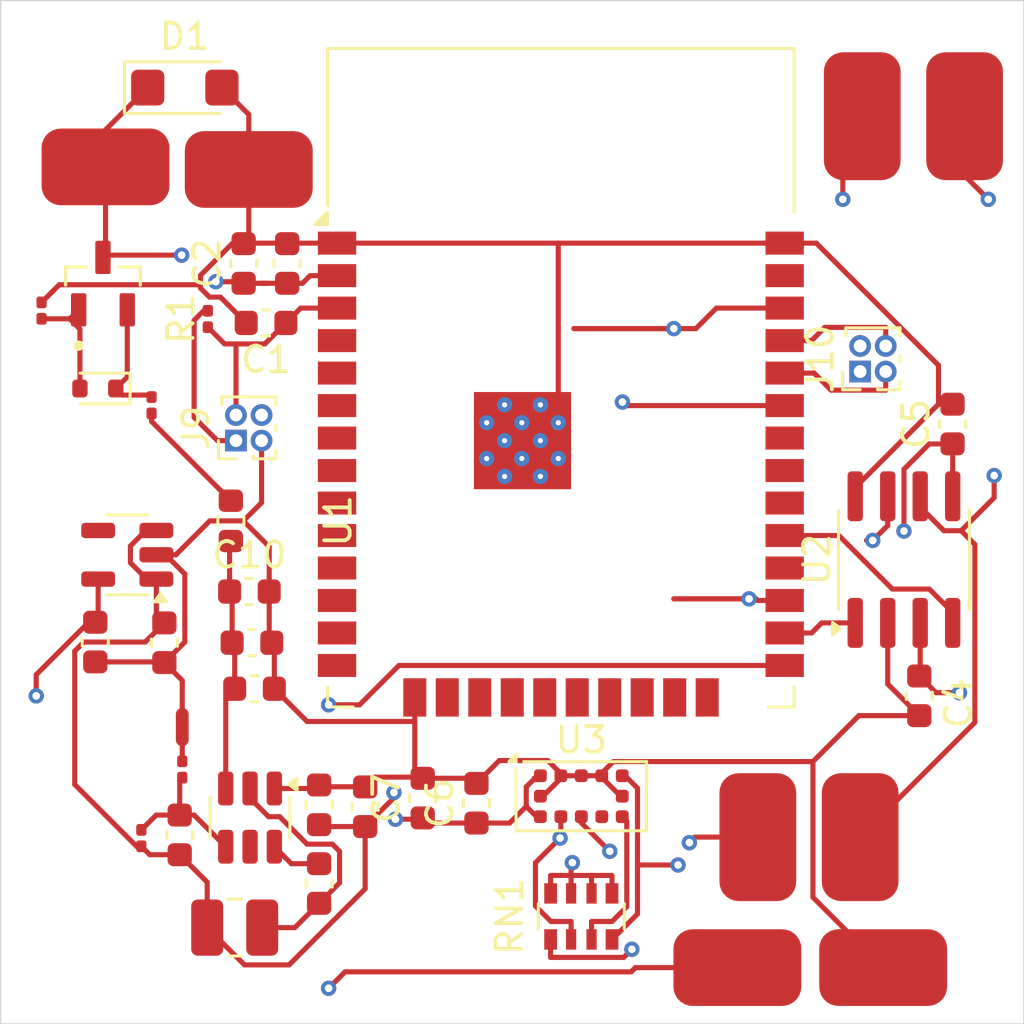
<source format=kicad_pcb>
(kicad_pcb (version 20240108) (generator "pcbnew") (generator_version "8.0")
  (layers (0 "F.Cu" signal) (1 "In1.Cu" signal) (2 "In2.Cu" signal) (31 "B.Cu" signal) (34 "B.Paste" user) (35 "F.Paste" user) (36 "B.SilkS" user "B.Silkscreen") (37 "F.SilkS" user "F.Silkscreen") (38 "B.Mask" user) (39 "F.Mask" user) (44 "Edge.Cuts" user))
  (net 0 "")
  (net 1 "/EN")
  (net 2 "GND")
  (net 3 "+3.3V")
  (net 4 "+5V")
  (net 5 "+3V3")
  (net 6 "/PWR_IN_FILT")
  (net 7 "/BUCK_SW")
  (net 8 "Net-(U4-BOOT)")
  (net 9 "Net-(U4-FB)")
  (net 10 "+12V")
  (net 11 "Net-(D2-K)")
  (net 12 "Net-(D2-A)")
  (net 13 "Net-(FB1-Pad1)")
  (net 14 "/CAN_H")
  (net 15 "/CAN_L")
  (net 16 "/IO0")
  (net 17 "/RX")
  (net 18 "/TX")
  (net 21 "Net-(NT1-Pad1)")
  (net 22 "/SHUT")
  (net 23 "/I2C_SDA")
  (net 24 "/I2C_SCL")
  (net 25 "Net-(RN1-R3.1)")
  (net 42 "/CAN_TX")
  (net 46 "/CAN_RX")
  (footprint "Package_TO_SOT_SMD:SOT-23-6" (layer "F.Cu") (at 159.45 64.9375 -90)
    (property "Reference" "U4" (hide yes))
    (property "Value" "TPS54202DDC" (hide yes))
  )
  (footprint "Capacitor_SMD:C_0603_1608Metric" (layer "F.Cu") (at 168.3 64.375 90)
    (property "Reference" "C6")
    (property "Value" "100n")
  )
  (footprint "Package_SO:SOIC-8_3.9x4.9mm_P1.27mm" (layer "F.Cu") (at 185.0127 54.8509 90)
    (property "Reference" "U2")
    (property "Value" "TJA1051T-3")
  )
  (footprint "Resistor_SMD:R_Array_Convex_4x0603" (layer "F.Cu") (at 172.4 68.8 90)
    (property "Reference" "RN1")
    (property "Value" "YC164-JR-074K7L")
  )
  (footprint "Resistor_SMD:R_0201_0603Metric" (layer "F.Cu") (at 155.2 65.7375 90)
    (property "Reference" "R4" (hide yes))
    (property "Value" "100k" (hide yes))
  )
  (footprint "Library:Pad" (layer "F.Cu") (at 183.3825 37.5175)
    (property "Reference" "J7" (hide yes))
    (property "Value" "~" (hide yes))
  )
  (footprint "Capacitor_SMD:C_0603_1608Metric" (layer "F.Cu") (at 162.15 67.5125 -90)
    (property "Reference" "C11" (hide yes))
    (property "Value" "100n" (hide yes))
  )
  (footprint "Sensor_Distance:ST_VL53L1x" (layer "F.Cu") (at 172.4 64.1)
    (property "Reference" "U3")
    (property "Value" "VL53L1CXV0FY1")
  )
  (footprint "Diode_SMD:D_SMF" (layer "F.Cu") (at 156.9 36.4)
    (property "Reference" "D1")
    (property "Value" "SMF15CA")
  )
  (footprint "NetTie:NetTie-2_SMD_Pad0.5mm" (layer "F.Cu") (at 156.8 61.4 90)
    (property "Reference" "NT1" (hide yes))
    (property "Value" "NetTie_2" (hide yes))
  )
  (footprint "Library:SOT95P237X112-3N" (layer "F.Cu") (at 153.7 44.0625 90)
    (property "Reference" "Q1" (hide yes))
    (property "Value" "Si2309CDS-T1-GE3" (hide yes))
  )
  (footprint "Diode_SMD:D_SOD-523" (layer "F.Cu") (at 153.5 48.1625 180)
    (property "Reference" "D2" (hide yes))
    (property "Value" "12V")
  )
  (footprint "Inductor_SMD:L_0603_1608Metric" (layer "F.Cu") (at 158.7 53.3375 -90)
    (property "Reference" "FB1" (hide yes))
    (property "Value" "BLM18AG102SN1D" (hide yes))
  )
  (footprint "Capacitor_SMD:C_0603_1608Metric" (layer "F.Cu") (at 159.525 58.1)
    (property "Reference" "C9" (hide yes))
    (property "Value" "10uF" (hide yes))
  )
  (footprint "Capacitor_SMD:C_0603_1608Metric" (layer "F.Cu") (at 166.2 64.175 90)
    (property "Reference" "C7")
    (property "Value" "100n")
  )
  (footprint "Connector_PinHeader_1.00mm:PinHeader_2x02_P1.00mm_Vertical" (layer "F.Cu") (at 183.3 47.5 90)
    (property "Reference" "J10")
    (property "Value" "Conn_02x02")
  )
  (footprint "Capacitor_SMD:C_0603_1608Metric" (layer "F.Cu") (at 156.7 65.6125 90)
    (property "Reference" "C12" (hide yes))
    (property "Value" "33pF" (hide yes))
  )
  (footprint "Capacitor_SMD:C_0603_1608Metric" (layer "F.Cu") (at 159.625 59.9)
    (property "Reference" "C8" (hide yes))
    (property "Value" "10uF" (hide yes))
  )
  (footprint "Resistor_SMD:R_0201_0603Metric" (layer "F.Cu") (at 157.8 45.445 90)
    (property "Reference" "R1")
    (property "Value" "10K" (hide yes))
  )
  (footprint "Capacitor_SMD:C_0603_1608Metric" (layer "F.Cu") (at 159.425 56.1)
    (property "Reference" "C10")
    (property "Value" "10uF" (hide yes))
  )
  (footprint "Capacitor_SMD:C_0603_1608Metric" (layer "F.Cu") (at 162.15 64.4375 90)
    (property "Reference" "C13" (hide yes))
    (property "Value" "22uF" (hide yes))
  )
  (footprint "Library:Pad" (layer "F.Cu") (at 187.3825 37.5175)
    (property "Reference" "J8" (hide yes))
    (property "Value" "~" (hide yes))
  )
  (footprint "Library:ESP32-WROOM-32D-3d" (layer "F.Cu") (at 171.6 50.73)
    (property "Reference" "U1")
    (property "Value" "ESP32-WROOM-32D")
  )
  (footprint "Resistor_SMD:R_0201_0603Metric" (layer "F.Cu") (at 151.3 45.1175 -90)
    (property "Reference" "R2" (hide yes))
    (property "Value" "10k" (hide yes))
  )
  (footprint "Capacitor_SMD:C_0603_1608Metric" (layer "F.Cu") (at 153.4 58.075 -90)
    (property "Reference" "C16" (hide yes))
    (property "Value" "10uF" (hide yes))
  )
  (footprint "Library:Pad" (layer "F.Cu") (at 183.3 65.7)
    (property "Reference" "J4" (hide yes))
    (property "Value" "~" (hide yes))
  )
  (footprint "Capacitor_SMD:C_0603_1608Metric" (layer "F.Cu") (at 163.95 64.5125 90)
    (property "Reference" "C14" (hide yes))
    (property "Value" "22uF" (hide yes))
  )
  (footprint "Capacitor_SMD:C_0603_1608Metric" (layer "F.Cu") (at 160.075 45.6 180)
    (property "Reference" "C1")
    (property "Value" "100n" (hide yes))
  )
  (footprint "Capacitor_SMD:C_0603_1608Metric" (layer "F.Cu") (at 185.6127 60.1759 -90)
    (property "Reference" "C4")
    (property "Value" "100n")
  )
  (footprint "Library:Pad" (layer "F.Cu") (at 159.4 39.6 90)
    (property "Reference" "J6" (hide yes))
    (property "Value" "~" (hide yes))
  )
  (footprint "Library:Pad" (layer "F.Cu") (at 184.2 70.8 90)
    (property "Reference" "J2" (hide yes))
    (property "Value" "~" (hide yes))
  )
  (footprint "Connector_PinHeader_1.00mm:PinHeader_2x02_P1.00mm_Vertical" (layer "F.Cu") (at 158.9 50.2 90)
    (property "Reference" "J9")
    (property "Value" "Conn_02x02")
  )
  (footprint "Inductor_SMD:L_1008_2520Metric" (layer "F.Cu") (at 158.85 69.2375 180)
    (property "Reference" "L1" (hide yes))
    (property "Value" "22uH" (hide yes))
  )
  (footprint "Resistor_SMD:R_0201_0603Metric" (layer "F.Cu") (at 155.6 48.8175 -90)
    (property "Reference" "R3" (hide yes))
    (property "Value" "4.7")
  )
  (footprint "Capacitor_SMD:C_0603_1608Metric" (layer "F.Cu") (at 159.2 43.275 90)
    (property "Reference" "C2")
    (property "Value" "22u" (hide yes))
  )
  (footprint "Package_TO_SOT_SMD:SOT-23-5" (layer "F.Cu") (at 154.65 54.6625 180)
    (property "Reference" "U5" (hide yes))
    (property "Value" "TPS7A2033PDBVR" (hide yes))
  )
  (footprint "Library:Pad" (layer "F.Cu") (at 153.8 39.5 90)
    (property "Reference" "J5" (hide yes))
    (property "Value" "~" (hide yes))
  )
  (footprint "Capacitor_SMD:C_0603_1608Metric" (layer "F.Cu") (at 160.9 43.275 90)
    (property "Reference" "C3" (hide yes))
    (property "Value" "100n" (hide yes))
  )
  (footprint "Library:Pad" (layer "F.Cu") (at 179.3 65.7)
    (property "Reference" "J3" (hide yes))
    (property "Value" "~" (hide yes))
  )
  (footprint "Library:Pad" (layer "F.Cu") (at 178.5 70.8 90)
    (property "Reference" "J1" (hide yes))
    (property "Value" "~" (hide yes))
  )
  (footprint "Capacitor_SMD:C_0603_1608Metric" (layer "F.Cu") (at 186.9127 49.5509 90)
    (property "Reference" "C5")
    (property "Value" "22u")
  )
  (footprint "Capacitor_SMD:C_0603_1608Metric" (layer "F.Cu") (at 156.1 58.1 -90)
    (property "Reference" "C15" (hide yes))
    (property "Value" "10uF" (hide yes))
  )
  (footprint "Resistor_SMD:R_0201_0603Metric" (layer "F.Cu") (at 156.8 63.055 90)
    (property "Reference" "R5" (hide yes))
    (property "Value" "18.2k" (hide yes))
  )
  (gr_rect (start 149.7 33) (end 189.7 73) (stroke (width 0.05)) (fill none) (layer "Edge.Cuts"))
  (segment (start 158.4543 46.4193) (end 158.9 46.4193) (width 0.2) (layer "F.Cu") (net 1))
  (segment (start 158.9 49.2) (end 158.9 48.4733) (width 0.2) (layer "F.Cu") (net 1))
  (segment (start 161.43 45.02) (end 160.85 45.6) (width 0.2) (layer "F.Cu") (net 1))
  (segment (start 157.8 45.765) (end 158.4543 46.4193) (width 0.2) (layer "F.Cu") (net 1))
  (segment (start 162.85 45.02) (end 161.43 45.02) (width 0.2) (layer "F.Cu") (net 1))
  (segment (start 160.0307 46.4193) (end 160.85 45.6) (width 0.2) (layer "F.Cu") (net 1))
  (segment (start 158.9 46.4193) (end 160.0307 46.4193) (width 0.2) (layer "F.Cu") (net 1))
  (segment (start 158.9 48.4733) (end 158.9 46.4193) (width 0.2) (layer "F.Cu") (net 1))
  (segment (start 159.9 52.6256) (end 159.9 50.2) (width 0.2) (layer "F.Cu") (net 2))
  (segment (start 165.89 61.1795) (end 161.6795 61.1795) (width 0.2) (layer "F.Cu") (net 2))
  (segment (start 156.0014 54.6625) (end 156.5514 54.6625) (width 0.2) (layer "F.Cu") (net 2))
  (segment (start 183.1077 52.0296) (end 183.1077 52.3759) (width 0.2) (layer "F.Cu") (net 2))
  (segment (start 163.9437 63.7312) (end 163.95 63.7375) (width 0.2) (layer "F.Cu") (net 2))
  (segment (start 161.6795 61.1795) (end 160.4 59.9) (width 0.2) (layer "F.Cu") (net 2))
  (segment (start 160.4 58.2) (end 160.3 58.1) (width 0.2) (layer "F.Cu") (net 2))
  (segment (start 157.8643 44.59) (end 158.29 44.59) (width 0.2) (layer "F.Cu") (net 2))
  (segment (start 186.3614 48.7759) (end 186.3614 47.2569) (width 0.2) (layer "F.Cu") (net 2))
  (segment (start 160.9 42.48) (end 160.9 42.5) (width 0.2) (layer "F.Cu") (net 2))
  (segment (start 184.2 70.8) (end 181.454 68.054) (width 0.2) (layer "F.Cu") (net 2))
  (segment (start 162.15 63.7312) (end 162.15 63.6625) (width 0.2) (layer "F.Cu") (net 2))
  (segment (start 158.29 44.59) (end 159.3 45.6) (width 0.2) (layer "F.Cu") (net 2))
  (segment (start 170.1 48.8) (end 170.8 48.8) (width 0.2) (layer "F.Cu") (net 2))
  (segment (start 159.22 42.48) (end 159.4 42.48) (width 0.2) (layer "F.Cu") (net 2))
  (segment (start 156.1 58.875) (end 156.8 59.575) (width 0.2) (layer "F.Cu") (net 2))
  (segment (start 171.0893 62.7058) (end 171.6 63.2165) (width 0.2) (layer "F.Cu") (net 2))
  (segment (start 184.3777 57.3259) (end 184.3777 59.7159) (width 0.2) (layer "F.Cu") (net 2))
  (segment (start 168.3 63.6) (end 169.1942 62.7058) (width 0.2) (layer "F.Cu") (net 2))
  (segment (start 159.4 42.48) (end 159.4 39.6) (width 0.2) (layer "F.Cu") (net 2))
  (segment (start 173.2 63.1988) (end 173.2 63.3) (width 0.2) (layer "F.Cu") (net 2))
  (segment (start 155.7875 54.6625) (end 156.0014 54.6625) (width 0.2) (layer "F.Cu") (net 2))
  (segment (start 156.8989 58.0761) (end 156.1 58.875) (width 0.2) (layer "F.Cu") (net 2))
  (segment (start 165.89 61.1795) (end 165.89 63.09) (width 0.2) (layer "F.Cu") (net 2))
  (segment (start 181.454 62.7466) (end 173.6522 62.7466) (width 0.2) (layer "F.Cu") (net 2))
  (segment (start 181.454 68.054) (end 181.454 62.7466) (width 0.2) (layer "F.Cu") (net 2))
  (segment (start 160.4 63.8) (end 162.0812 63.8) (width 0.2) (layer "F.Cu") (net 2))
  (segment (start 171.5 42.48) (end 162.85 42.48) (width 0.2) (layer "F.Cu") (net 2))
  (segment (start 157.5117 44.2374) (end 157.8643 44.59) (width 0.2) (layer "F.Cu") (net 2))
  (segment (start 164.333 63.3545) (end 163.95 63.7375) (width 0.2) (layer "F.Cu") (net 2))
  (segment (start 173.6522 62.7466) (end 173.2 63.1988) (width 0.2) (layer "F.Cu") (net 2))
  (segment (start 156.0014 54.6625) (end 156.1484 54.6625) (width 0.2) (layer "F.Cu") (net 2))
  (segment (start 160.2 54.3494) (end 160.2 56.1) (width 0.2) (layer "F.Cu") (net 2))
  (segment (start 181.5845 42.48) (end 180.35 42.48) (width 0.2) (layer "F.Cu") (net 2))
  (segment (start 151.9914 44.1061) (end 157.5117 44.1061) (width 0.2) (layer "F.Cu") (net 2))
  (segment (start 162.0812 63.8) (end 162.15 63.7312) (width 0.2) (layer "F.Cu") (net 2))
  (segment (start 159.2 42.5) (end 159.22 42.48) (width 0.2) (layer "F.Cu") (net 2))
  (segment (start 171.6 63.2165) (end 171.6 63.3) (width 0.2) (layer "F.Cu") (net 2))
  (segment (start 172.4 63.3) (end 171.6 63.3) (width 0.2) (layer "F.Cu") (net 2))
  (segment (start 156.8 59.575) (end 156.8 60.9) (width 0.2) (layer "F.Cu") (net 2))
  (segment (start 156.8989 55.413) (end 156.8989 58.0761) (width 0.2) (layer "F.Cu") (net 2))
  (segment (start 171.5 48.8) (end 170.8 48.8) (width 0.2) (layer "F.Cu") (net 2))
  (segment (start 157.5117 43.7392) (end 157.5117 44.1061) (width 0.2) (layer "F.Cu") (net 2))
  (segment (start 170.8 51.6) (end 171.5 51.6) (width 0.2) (layer "F.Cu") (net 2))
  (segment (start 169.1942 62.7058) (end 171.0893 62.7058) (width 0.2) (layer "F.Cu") (net 2))
  (segment (start 186.3614 48.7759) (end 183.1077 52.0296) (width 0.2) (layer "F.Cu") (net 2))
  (segment (start 184.3777 59.7159) (end 185.6127 60.9509) (width 0.2) (layer "F.Cu") (net 2))
  (segment (start 168.3 63.6) (end 168.1 63.4) (width 0.2) (layer "F.Cu") (net 2))
  (segment (start 186.9127 48.7759) (end 186.3614 48.7759) (width 0.2) (layer "F.Cu") (net 2))
  (segment (start 159.1881 53.3375) (end 159.9 52.6256) (width 0.2) (layer "F.Cu") (net 2))
  (segment (start 171.6 63.4012) (end 171.6 63.3) (width 0.2) (layer "F.Cu") (net 2))
  (segment (start 159.4 42.48) (end 160.9 42.48) (width 0.2) (layer "F.Cu") (net 2))
  (segment (start 162.85 42.48) (end 161.7983 42.48) (width 0.2) (layer "F.Cu") (net 2))
  (segment (start 166.1545 63.3545) (end 164.333 63.3545) (width 0.2) (layer "F.Cu") (net 2))
  (segment (start 170.8 64.1) (end 170.9012 64.1) (width 0.2) (layer "F.Cu") (net 2))
  (segment (start 159.1881 53.3375) (end 160.2 54.3494) (width 0.2) (layer "F.Cu") (net 2))
  (segment (start 168.7 51.6) (end 169.4 51.6) (width 0.2) (layer "F.Cu") (net 2))
  (segment (start 180.35 42.48) (end 171.5 42.48) (width 0.2) (layer "F.Cu") (net 2))
  (segment (start 157.8764 53.3375) (end 159.1881 53.3375) (width 0.2) (layer "F.Cu") (net 2))
  (segment (start 162.15 63.7312) (end 163.9437 63.7312) (width 0.2) (layer "F.Cu") (net 2))
  (segment (start 181.454 62.7466) (end 183.2497 60.9509) (width 0.2) (layer "F.Cu") (net 2))
  (segment (start 169.4 48.8) (end 168.7 48.8) (width 0.2) (layer "F.Cu") (net 2))
  (segment (start 156.075 58.85) (end 156.1 58.875) (width 0.2) (layer "F.Cu") (net 2))
  (segment (start 170.1 48.8) (end 169.4 48.8) (width 0.2) (layer "F.Cu") (net 2))
  (segment (start 166.2 63.4) (end 166.1545 63.3545) (width 0.2) (layer "F.Cu") (net 2))
  (segment (start 158.35 36.4) (end 159.4 37.45) (width 0.2) (layer "F.Cu") (net 2))
  (segment (start 173.9358 64.1) (end 173.2 63.3642) (width 0.2) (layer "F.Cu") (net 2))
  (segment (start 165.89 60.24) (end 165.89 61.1795) (width 0.2) (layer "F.Cu") (net 2))
  (segment (start 153.4 58.85) (end 156.075 58.85) (width 0.2) (layer "F.Cu") (net 2))
  (segment (start 168.7 50.2) (end 169.4 50.2) (width 0.2) (layer "F.Cu") (net 2))
  (segment (start 173.2 63.3642) (end 173.2 63.3) (width 0.2) (layer "F.Cu") (net 2))
  (segment (start 183.2497 60.9509) (end 185.6127 60.9509) (width 0.2) (layer "F.Cu") (net 2))
  (segment (start 174 64.1) (end 173.9358 64.1) (width 0.2) (layer "F.Cu") (net 2))
  (segment (start 165.89 63.09) (end 166.2 63.4) (width 0.2) (layer "F.Cu") (net 2))
  (segment (start 156.5514 54.6625) (end 157.8764 53.3375) (width 0.2) (layer "F.Cu") (net 2))
  (segment (start 151.3 44.7975) (end 151.9914 44.1061) (width 0.2) (layer "F.Cu") (net 2))
  (segment (start 170.1 51.6) (end 170.8 51.6) (width 0.2) (layer "F.Cu") (net 2))
  (segment (start 173.2 63.3) (end 172.4 63.3) (width 0.2) (layer "F.Cu") (net 2))
  (segment (start 170.1 50.2) (end 170.8 50.2) (width 0.2) (layer "F.Cu") (net 2))
  (segment (start 157.5117 44.1061) (end 157.5117 44.2374) (width 0.2) (layer "F.Cu") (net 2))
  (segment (start 160.4 59.9) (end 160.4 58.2) (width 0.2) (layer "F.Cu") (net 2))
  (segment (start 159.4 37.45) (end 159.4 39.6) (width 0.2) (layer "F.Cu") (net 2))
  (segment (start 168.1 63.4) (end 166.2 63.4) (width 0.2) (layer "F.Cu") (net 2))
  (segment (start 160.3 58.1) (end 160.2 58) (width 0.2) (layer "F.Cu") (net 2))
  (segment (start 159.2 42.5) (end 158.7509 42.5) (width 0.2) (layer "F.Cu") (net 2))
  (segment (start 160.9 42.48) (end 161.7983 42.48) (width 0.2) (layer "F.Cu") (net 2))
  (segment (start 171.5 50.2) (end 170.8 50.2) (width 0.2) (layer "F.Cu") (net 2))
  (segment (start 171.5 42.48) (end 171.5 48.8) (width 0.2) (layer "F.Cu") (net 2))
  (segment (start 169.4 50.2) (end 170.1 50.2) (width 0.2) (layer "F.Cu") (net 2))
  (segment (start 158.7509 42.5) (end 157.5117 43.7392) (width 0.2) (layer "F.Cu") (net 2))
  (segment (start 169.4 51.6) (end 170.1 51.6) (width 0.2) (layer "F.Cu") (net 2))
  (segment (start 160.2 58) (end 160.2 56.1) (width 0.2) (layer "F.Cu") (net 2))
  (segment (start 186.3614 47.2569) (end 181.5845 42.48) (width 0.2) (layer "F.Cu") (net 2))
  (segment (start 170.9012 64.1) (end 171.6 63.4012) (width 0.2) (layer "F.Cu") (net 2))
  (segment (start 156.1484 54.6625) (end 156.8989 55.413) (width 0.2) (layer "F.Cu") (net 2))
  (segment (start 159.2 44.05) (end 159.1383 43.9883) (width 0.2) (layer "F.Cu") (net 3))
  (segment (start 186.0026 50.3284) (end 185.0127 51.3183) (width 0.2) (layer "F.Cu") (net 3))
  (segment (start 162.85 43.75) (end 161.7983 43.75) (width 0.2) (layer "F.Cu") (net 3))
  (segment (start 159.9352 44.05) (end 159.8939 44.05) (width 0.2) (layer "F.Cu") (net 3))
  (segment (start 186.9177 50.3334) (end 186.9177 52.3759) (width 0.2) (layer "F.Cu") (net 3))
  (segment (start 157.2644 49.2911) (end 157.2644 45.4957) (width 0.2) (layer "F.Cu") (net 3))
  (segment (start 186.9127 50.3284) (end 186.9177 50.3334) (width 0.2) (layer "F.Cu") (net 3))
  (segment (start 159.8735 44.05) (end 159.2 44.05) (width 0.2) (layer "F.Cu") (net 3))
  (segment (start 159.8939 44.05) (end 159.8735 44.05) (width 0.2) (layer "F.Cu") (net 3))
  (segment (start 160.0669 44.05) (end 160.0465 44.05) (width 0.2) (layer "F.Cu") (net 3))
  (segment (start 159.1383 43.9883) (end 158.1134 43.9883) (width 0.2) (layer "F.Cu") (net 3))
  (segment (start 159.9936 44.05) (end 159.9352 44.05) (width 0.2) (layer "F.Cu") (net 3))
  (segment (start 157.6351 45.125) (end 157.8 45.125) (width 0.2) (layer "F.Cu") (net 3))
  (segment (start 186.9127 50.3284) (end 186.0026 50.3284) (width 0.2) (layer "F.Cu") (net 3))
  (segment (start 157.2644 45.4957) (end 157.6351 45.125) (width 0.2) (layer "F.Cu") (net 3))
  (segment (start 185.0127 51.3183) (end 185.0127 53.7361) (width 0.2) (layer "F.Cu") (net 3))
  (segment (start 160.0465 44.05) (end 159.9936 44.05) (width 0.2) (layer "F.Cu") (net 3))
  (segment (start 158.1733 50.2) (end 157.2644 49.2911) (width 0.2) (layer "F.Cu") (net 3))
  (segment (start 161.4983 44.05) (end 161.7983 43.75) (width 0.2) (layer "F.Cu") (net 3))
  (segment (start 186.9127 50.3259) (end 186.9127 50.3284) (width 0.2) (layer "F.Cu") (net 3))
  (segment (start 161.0164 44.05) (end 160.1082 44.05) (width 0.2) (layer "F.Cu") (net 3))
  (segment (start 160.1082 44.05) (end 160.0669 44.05) (width 0.2) (layer "F.Cu") (net 3))
  (segment (start 160.9 44.05) (end 161.0164 44.05) (width 0.2) (layer "F.Cu") (net 3))
  (segment (start 161.0164 44.05) (end 161.4983 44.05) (width 0.2) (layer "F.Cu") (net 3))
  (segment (start 158.9 50.2) (end 158.1733 50.2) (width 0.2) (layer "F.Cu") (net 3))
  (via (at 158.1134 43.9883) (size 0.6) (drill 0.3) (layers "F.Cu" "B.Cu") (net 3))
  (via (at 185.0127 53.7361) (size 0.6) (drill 0.3) (layers "F.Cu" "B.Cu") (net 3))
  (segment (start 162.225 65.2875) (end 163.95 65.2875) (width 0.2) (layer "F.Cu") (net 4))
  (segment (start 155.7875 53.7125) (end 155.3788 53.7125) (width 0.2) (layer "F.Cu") (net 4))
  (segment (start 155.0106 66.0575) (end 152.5964 63.6433) (width 0.2) (layer "F.Cu") (net 4))
  (segment (start 156.1 57.325) (end 155.7875 57.0125) (width 0.2) (layer "F.Cu") (net 4))
  (segment (start 155.4116 55.6125) (end 155.7875 55.6125) (width 0.2) (layer "F.Cu") (net 4))
  (segment (start 165.075 64.1625) (end 165.075 63.9562) (width 0.2) (layer "F.Cu") (net 4))
  (segment (start 186.2645 60.0527) (end 185.6127 59.4009) (width 0.2) (layer "F.Cu") (net 4))
  (segment (start 165.075 64.1625) (end 165.075 63.9562) (width 0.2) (layer "F.Cu") (net 4))
  (segment (start 155.2 66.0575) (end 155.0106 66.0575) (width 0.2) (layer "F.Cu") (net 4))
  (segment (start 156.7 66.3875) (end 157.775 67.4625) (width 0.2) (layer "F.Cu") (net 4))
  (segment (start 160.977 70.6946) (end 163.95 67.7216) (width 0.2) (layer "F.Cu") (net 4))
  (segment (start 154.7737 54.9746) (end 155.4116 55.6125) (width 0.2) (layer "F.Cu") (net 4))
  (segment (start 156.7 66.3875) (end 155.53 66.3875) (width 0.2) (layer "F.Cu") (net 4))
  (segment (start 162.15 65.2125) (end 162.225 65.2875) (width 0.2) (layer "F.Cu") (net 4))
  (segment (start 163.95 65.2875) (end 165.075 64.1625) (width 0.2) (layer "F.Cu") (net 4))
  (segment (start 155.3788 53.7125) (end 154.7737 54.3176) (width 0.2) (layer "F.Cu") (net 4))
  (segment (start 185.6477 57.3259) (end 185.6477 59.3659) (width 0.2) (layer "F.Cu") (net 4))
  (segment (start 152.5964 58.4295) (end 152.9509 58.075) (width 0.2) (layer "F.Cu") (net 4))
  (segment (start 155.35 58.075) (end 156.1 57.325) (width 0.2) (layer "F.Cu") (net 4))
  (segment (start 155.53 66.3875) (end 155.2 66.0575) (width 0.2) (layer "F.Cu") (net 4))
  (segment (start 155.7875 57.0125) (end 155.7875 55.6125) (width 0.2) (layer "F.Cu") (net 4))
  (segment (start 154.7737 54.3176) (end 154.7737 54.9746) (width 0.2) (layer "F.Cu") (net 4))
  (segment (start 152.5964 63.6433) (end 152.5964 58.4295) (width 0.2) (layer "F.Cu") (net 4))
  (segment (start 185.6477 59.3659) (end 185.6127 59.4009) (width 0.2) (layer "F.Cu") (net 4))
  (segment (start 157.775 69.2375) (end 159.2321 70.6946) (width 0.2) (layer "F.Cu") (net 4))
  (segment (start 159.2321 70.6946) (end 160.977 70.6946) (width 0.2) (layer "F.Cu") (net 4))
  (segment (start 163.95 67.7216) (end 163.95 65.2875) (width 0.2) (layer "F.Cu") (net 4))
  (segment (start 157.775 67.4625) (end 157.775 69.2375) (width 0.2) (layer "F.Cu") (net 4))
  (segment (start 187.1833 60.0527) (end 186.2645 60.0527) (width 0.2) (layer "F.Cu") (net 4))
  (segment (start 152.9509 58.075) (end 155.35 58.075) (width 0.2) (layer "F.Cu") (net 4))
  (segment (start 165.075 63.9562) (end 165.075 64.1625) (width 0.2) (layer "F.Cu") (net 4))
  (via (at 165.075 63.9562) (size 0.6) (drill 0.3) (layers "F.Cu" "B.Cu") (net 4))
  (via (at 187.1833 60.0527) (size 0.6) (drill 0.3) (layers "F.Cu" "B.Cu") (net 4))
  (segment (start 170.7925 63.3) (end 170.6844 63.3) (width 0.2) (layer "F.Cu") (net 5))
  (segment (start 171.2 67.9) (end 171.2 67.1983) (width 0.2) (layer "F.Cu") (net 5))
  (segment (start 172.8 67.9) (end 172.8 67.1983) (width 0.2) (layer "F.Cu") (net 5))
  (segment (start 171.2 67.1983) (end 171.6 67.1983) (width 0.2) (layer "F.Cu") (net 5))
  (segment (start 166.1484 65.0016) (end 166.2 64.95) (width 0.2) (layer "F.Cu") (net 5))
  (segment (start 173.6 67.1983) (end 172.8 67.1983) (width 0.2) (layer "F.Cu") (net 5))
  (segment (start 172.0497 66.6977) (end 172 66.7474) (width 0.2) (layer "F.Cu") (net 5))
  (segment (start 169.5972 65.15) (end 168.3 65.15) (width 0.2) (layer "F.Cu") (net 5))
  (segment (start 170.7925 63.3) (end 170.785 63.3) (width 0.2) (layer "F.Cu") (net 5))
  (segment (start 171.6413 67.1983) (end 172 67.1983) (width 0.2) (layer "F.Cu") (net 5))
  (segment (start 153.1412 57.3) (end 151.0908 59.3504) (width 0.2) (layer "F.Cu") (net 5))
  (segment (start 170.2478 64.4994) (end 169.5972 65.15) (width 0.2) (layer "F.Cu") (net 5))
  (segment (start 153.4 57.3) (end 153.5125 57.1875) (width 0.2) (layer "F.Cu") (net 5))
  (segment (start 166.4 65.15) (end 166.2 64.95) (width 0.2) (layer "F.Cu") (net 5))
  (segment (start 170.6484 64.9) (end 170.8 64.9) (width 0.2) (layer "F.Cu") (net 5))
  (segment (start 168.3 65.15) (end 166.4 65.15) (width 0.2) (layer "F.Cu") (net 5))
  (segment (start 153.5125 57.1875) (end 153.5125 55.6125) (width 0.2) (layer "F.Cu") (net 5))
  (segment (start 172 67.1983) (end 172 66.7474) (width 0.2) (layer "F.Cu") (net 5))
  (segment (start 172 67.9) (end 172 67.1983) (width 0.2) (layer "F.Cu") (net 5))
  (segment (start 165.1334 65.0016) (end 166.1484 65.0016) (width 0.2) (layer "F.Cu") (net 5))
  (segment (start 170.785 63.3) (end 170.66 63.425) (width 0.2) (layer "F.Cu") (net 5))
  (segment (start 170.8 63.3) (end 170.7925 63.3) (width 0.2) (layer "F.Cu") (net 5))
  (segment (start 172 67.1983) (end 172.8 67.1983) (width 0.2) (layer "F.Cu") (net 5))
  (segment (start 172 66.7474) (end 172.0497 66.6977) (width 0.2) (layer "F.Cu") (net 5))
  (segment (start 173.6 67.9) (end 173.6 67.1983) (width 0.2) (layer "F.Cu") (net 5))
  (segment (start 170.2478 63.7366) (end 170.2478 64.4994) (width 0.2) (layer "F.Cu") (net 5))
  (segment (start 170.2478 64.4994) (end 170.6484 64.9) (width 0.2) (layer "F.Cu") (net 5))
  (segment (start 151.0908 59.3504) (end 151.0908 60.1782) (width 0.2) (layer "F.Cu") (net 5))
  (segment (start 171.6 67.1983) (end 171.6413 67.1983) (width 0.2) (layer "F.Cu") (net 5))
  (segment (start 153.4 57.3) (end 153.1412 57.3) (width 0.2) (layer "F.Cu") (net 5))
  (segment (start 170.6844 63.3) (end 170.2478 63.7366) (width 0.2) (layer "F.Cu") (net 5))
  (segment (start 172 66.7474) (end 172.0497 66.6977) (width 0.2) (layer "F.Cu") (net 5))
  (via (at 151.0908 60.1782) (size 0.6) (drill 0.3) (layers "F.Cu" "B.Cu") (net 5))
  (via (at 172.0497 66.6977) (size 0.6) (drill 0.3) (layers "F.Cu" "B.Cu") (net 5))
  (via (at 165.1334 65.0016) (size 0.6) (drill 0.3) (layers "F.Cu" "B.Cu") (net 5))
  (segment (start 158.5 60.25) (end 158.85 59.9) (width 0.2) (layer "F.Cu") (net 6))
  (segment (start 158.7 54.125) (end 158.65 54.175) (width 0.2) (layer "F.Cu") (net 6))
  (segment (start 158.65 56.1) (end 158.75 56.2) (width 0.2) (layer "F.Cu") (net 6))
  (segment (start 158.5 63.8) (end 158.5 60.25) (width 0.2) (layer "F.Cu") (net 6))
  (segment (start 158.85 59.9) (end 158.85 58.2) (width 0.2) (layer "F.Cu") (net 6))
  (segment (start 158.65 54.175) (end 158.65 56.1) (width 0.2) (layer "F.Cu") (net 6))
  (segment (start 158.85 58.2) (end 158.75 58.1) (width 0.2) (layer "F.Cu") (net 6))
  (segment (start 158.75 56.2) (end 158.75 58.1) (width 0.2) (layer "F.Cu") (net 6))
  (segment (start 160.1752 64.9011) (end 159.45 64.1759) (width 0.2) (layer "F.Cu") (net 7))
  (segment (start 159.925 69.2375) (end 161.2 69.2375) (width 0.2) (layer "F.Cu") (net 7))
  (segment (start 162.9482 67.4893) (end 162.9482 66.2555) (width 0.2) (layer "F.Cu") (net 7))
  (segment (start 161.2 69.2375) (end 162.15 68.2875) (width 0.2) (layer "F.Cu") (net 7))
  (segment (start 161.6798 65.975) (end 160.6059 64.9011) (width 0.2) (layer "F.Cu") (net 7))
  (segment (start 162.15 68.2875) (end 162.9482 67.4893) (width 0.2) (layer "F.Cu") (net 7))
  (segment (start 159.45 64.1759) (end 159.45 63.8) (width 0.2) (layer "F.Cu") (net 7))
  (segment (start 162.6677 65.975) (end 161.6798 65.975) (width 0.2) (layer "F.Cu") (net 7))
  (segment (start 162.9482 66.2555) (end 162.6677 65.975) (width 0.2) (layer "F.Cu") (net 7))
  (segment (start 160.6059 64.9011) (end 160.1752 64.9011) (width 0.2) (layer "F.Cu") (net 7))
  (segment (start 162.15 66.7375) (end 161.0625 66.7375) (width 0.2) (layer "F.Cu") (net 8))
  (segment (start 161.0625 66.7375) (end 160.4 66.075) (width 0.2) (layer "F.Cu") (net 8))
  (segment (start 156.7 64.8375) (end 157.2625 64.8375) (width 0.2) (layer "F.Cu") (net 9))
  (segment (start 157.2625 64.8375) (end 158.5 66.075) (width 0.2) (layer "F.Cu") (net 9))
  (segment (start 156.7 63.475) (end 156.8 63.375) (width 0.2) (layer "F.Cu") (net 9))
  (segment (start 155.78 64.8375) (end 156.7 64.8375) (width 0.2) (layer "F.Cu") (net 9))
  (segment (start 155.2 65.4175) (end 155.78 64.8375) (width 0.2) (layer "F.Cu") (net 9))
  (segment (start 156.7 64.8375) (end 156.7 63.475) (width 0.2) (layer "F.Cu") (net 9))
  (segment (start 155.45 36.4) (end 153.8 38.05) (width 0.2) (layer "F.Cu") (net 10))
  (segment (start 163.1647 70.9663) (end 174.3519 70.9663) (width 0.2) (layer "F.Cu") (net 10))
  (segment (start 153.8 42.9492) (end 153.8 39.5) (width 0.2) (layer "F.Cu") (net 10))
  (segment (start 178.4985 70.8015) (end 178.5 70.8) (width 0.2) (layer "F.Cu") (net 10))
  (segment (start 174.5167 70.8015) (end 178.4985 70.8015) (width 0.2) (layer "F.Cu") (net 10))
  (segment (start 162.5218 71.6092) (end 163.1647 70.9663) (width 0.2) (layer "F.Cu") (net 10))
  (segment (start 174.3519 70.9663) (end 174.5167 70.8015) (width 0.2) (layer "F.Cu") (net 10))
  (segment (start 156.7788 42.9492) (end 153.8 42.9492) (width 0.2) (layer "F.Cu") (net 10))
  (segment (start 153.8 42.9492) (end 153.7883 42.9492) (width 0.2) (layer "F.Cu") (net 10))
  (segment (start 153.7883 42.9492) (end 153.7 43.0375) (width 0.2) (layer "F.Cu") (net 10))
  (segment (start 174.3519 70.9663) (end 174.5167 70.8015) (width 0.2) (layer "F.Cu") (net 10))
  (segment (start 153.8 38.05) (end 153.8 39.5) (width 0.2) (layer "F.Cu") (net 10))
  (via (at 156.7788 42.9492) (size 0.6) (drill 0.3) (layers "F.Cu" "B.Cu") (net 10))
  (via (at 162.5218 71.6092) (size 0.6) (drill 0.3) (layers "F.Cu" "B.Cu") (net 10))
  (segment (start 155.5218 48.4192) (end 154.4567 48.4192) (width 0.2) (layer "F.Cu") (net 11))
  (segment (start 155.5218 48.4193) (end 155.5218 48.4192) (width 0.2) (layer "F.Cu") (net 11))
  (segment (start 154.4567 48.4192) (end 154.2 48.1625) (width 0.2) (layer "F.Cu") (net 11))
  (segment (start 154.2 48.1625) (end 154.65 47.7125) (width 0.2) (layer "F.Cu") (net 11))
  (segment (start 154.65 47.7125) (end 154.65 45.0875) (width 0.2) (layer "F.Cu") (net 11))
  (segment (start 155.6 48.4975) (end 155.5218 48.4193) (width 0.2) (layer "F.Cu") (net 11))
  (segment (start 151.3 45.4375) (end 152.4 45.4375) (width 0.2) (layer "F.Cu") (net 12))
  (segment (start 152.8 45.8375) (end 152.4 45.4375) (width 0.2) (layer "F.Cu") (net 12))
  (segment (start 152.4 45.4375) (end 152.75 45.0875) (width 0.2) (layer "F.Cu") (net 12))
  (segment (start 152.8 48.1625) (end 152.8 45.8375) (width 0.2) (layer "F.Cu") (net 12))
  (segment (start 155.6 49.45) (end 158.7 52.55) (width 0.2) (layer "F.Cu") (net 13))
  (segment (start 155.6 49.1375) (end 155.6 49.45) (width 0.2) (layer "F.Cu") (net 13))
  (segment (start 183.7924 54.1017) (end 183.5493 54.1017) (width 0.2) (layer "F.Cu") (net 14))
  (segment (start 182.6223 38.2777) (end 182.6223 40.7669) (width 0.2) (layer "F.Cu") (net 14))
  (segment (start 176.6245 65.9171) (end 176.8416 65.7) (width 0.2) (layer "F.Cu") (net 14))
  (segment (start 183.3825 37.5175) (end 182.6223 38.2777) (width 0.2) (layer "F.Cu") (net 14))
  (segment (start 176.8416 65.7) (end 179.3 65.7) (width 0.2) (layer "F.Cu") (net 14))
  (segment (start 183.7924 54.1017) (end 184.3777 53.5164) (width 0.2) (layer "F.Cu") (net 14))
  (segment (start 184.3777 53.5164) (end 184.3777 52.3759) (width 0.2) (layer "F.Cu") (net 14))
  (segment (start 183.5493 54.1017) (end 183.7924 54.1017) (width 0.2) (layer "F.Cu") (net 14))
  (via (at 182.6223 40.7669) (size 0.6) (drill 0.3) (layers "F.Cu" "B.Cu") (net 14))
  (via (at 176.6245 65.9171) (size 0.6) (drill 0.3) (layers "F.Cu" "B.Cu") (net 14))
  (via (at 183.7924 54.1017) (size 0.6) (drill 0.3) (layers "F.Cu" "B.Cu") (net 14))
  (segment (start 187.2478 53.7222) (end 186.5732 53.7222) (width 0.2) (layer "F.Cu") (net 15))
  (segment (start 187.3825 39.8396) (end 187.3825 37.5175) (width 0.2) (layer "F.Cu") (net 15))
  (segment (start 188.3098 40.7669) (end 187.3825 39.8396) (width 0.2) (layer "F.Cu") (net 15))
  (segment (start 186.5732 53.7222) (end 185.6477 52.7967) (width 0.2) (layer "F.Cu") (net 15))
  (segment (start 185.6477 52.7967) (end 185.6477 52.3759) (width 0.2) (layer "F.Cu") (net 15))
  (segment (start 187.785 61.215) (end 187.785 54.2594) (width 0.2) (layer "F.Cu") (net 15))
  (segment (start 188.5393 52.4307) (end 187.2478 53.7222) (width 0.2) (layer "F.Cu") (net 15))
  (segment (start 188.5393 51.5637) (end 188.5393 52.4307) (width 0.2) (layer "F.Cu") (net 15))
  (segment (start 183.3 65.7) (end 187.785 61.215) (width 0.2) (layer "F.Cu") (net 15))
  (segment (start 187.785 54.2594) (end 187.2478 53.7222) (width 0.2) (layer "F.Cu") (net 15))
  (via (at 188.3098 40.7669) (size 0.6) (drill 0.3) (layers "F.Cu" "B.Cu") (net 15))
  (via (at 188.5393 51.5637) (size 0.6) (drill 0.3) (layers "F.Cu" "B.Cu") (net 15))
  (segment (start 180.35 58.99) (end 165.2702 58.99) (width 0.2) (layer "F.Cu") (net 16))
  (segment (start 163.7332 60.527) (end 162.5218 60.527) (width 0.2) (layer "F.Cu") (net 16))
  (segment (start 165.2702 58.99) (end 163.7332 60.527) (width 0.2) (layer "F.Cu") (net 16))
  (via (at 162.5218 60.527) (size 0.6) (drill 0.3) (layers "F.Cu" "B.Cu") (net 16))
  (segment (start 184.3 46.5) (end 184.3 45.7733) (width 0.2) (layer "F.Cu") (net 17))
  (segment (start 181.9184 45.7733) (end 184.3 45.7733) (width 0.2) (layer "F.Cu") (net 17))
  (segment (start 180.35 46.29) (end 181.4017 46.29) (width 0.2) (layer "F.Cu") (net 17))
  (segment (start 181.4017 46.29) (end 181.9184 45.7733) (width 0.2) (layer "F.Cu") (net 17))
  (segment (start 181.4996 47.56) (end 180.35 47.56) (width 0.2) (layer "F.Cu") (net 18))
  (segment (start 184.3 47.5) (end 184.3 48.2267) (width 0.2) (layer "F.Cu") (net 18))
  (segment (start 184.3 48.2267) (end 182.1663 48.2267) (width 0.2) (layer "F.Cu") (net 18))
  (segment (start 182.1663 48.2267) (end 181.4996 47.56) (width 0.2) (layer "F.Cu") (net 18))
  (segment (start 156.8 62.735) (end 156.8 61.9) (width 0.2) (layer "F.Cu") (net 21))
  (segment (start 176.0176 56.3855) (end 178.9575 56.3855) (width 0.2) (layer "F.Cu") (net 22))
  (segment (start 178.9575 56.3855) (end 179.2338 56.3855) (width 0.2) (layer "F.Cu") (net 22))
  (segment (start 174.5969 63.7887) (end 174.5969 66.7891) (width 0.2) (layer "F.Cu") (net 22))
  (segment (start 180.35 56.45) (end 179.2983 56.45) (width 0.2) (layer "F.Cu") (net 22))
  (segment (start 179.2338 56.3855) (end 179.2983 56.45) (width 0.2) (layer "F.Cu") (net 22))
  (segment (start 174.5969 68.7031) (end 173.6 69.7) (width 0.2) (layer "F.Cu") (net 22))
  (segment (start 174 63.3) (end 174.1082 63.3) (width 0.2) (layer "F.Cu") (net 22))
  (segment (start 174.1082 63.3) (end 174.5969 63.7887) (width 0.2) (layer "F.Cu") (net 22))
  (segment (start 178.9575 56.3855) (end 176.0176 56.3855) (width 0.2) (layer "F.Cu") (net 22))
  (segment (start 174.5969 66.7891) (end 176.182 66.7891) (width 0.2) (layer "F.Cu") (net 22))
  (segment (start 174.5969 66.7891) (end 174.5969 68.7031) (width 0.2) (layer "F.Cu") (net 22))
  (via (at 178.9575 56.3855) (size 0.6) (drill 0.3) (layers "F.Cu" "B.Cu") (net 22))
  (via (at 176.182 66.7891) (size 0.6) (drill 0.3) (layers "F.Cu" "B.Cu") (net 22))
  (segment (start 172.4 65.1414) (end 172.4 64.9) (width 0.2) (layer "F.Cu") (net 23))
  (segment (start 174.1456 48.83) (end 174.0078 48.6922) (width 0.2) (layer "F.Cu") (net 23))
  (segment (start 180.35 48.83) (end 174.1456 48.83) (width 0.2) (layer "F.Cu") (net 23))
  (segment (start 173.5123 66.2537) (end 172.4 65.1414) (width 0.2) (layer "F.Cu") (net 23))
  (segment (start 171.2 69.7) (end 171.2 70.4017) (width 0.2) (layer "F.Cu") (net 23))
  (segment (start 171.2 70.4017) (end 174.0593 70.4017) (width 0.2) (layer "F.Cu") (net 23))
  (segment (start 174.0593 70.4017) (end 174.3761 70.0849) (width 0.2) (layer "F.Cu") (net 23))
  (via (at 174.0078 48.6922) (size 0.6) (drill 0.3) (layers "F.Cu" "B.Cu") (net 23))
  (via (at 173.5123 66.2537) (size 0.6) (drill 0.3) (layers "F.Cu" "B.Cu") (net 23))
  (via (at 174.3761 70.0849) (size 0.6) (drill 0.3) (layers "F.Cu" "B.Cu") (net 23))
  (segment (start 172.1067 45.8207) (end 176.0163 45.8207) (width 0.2) (layer "F.Cu") (net 24))
  (segment (start 170.6075 68.3935) (end 170.6075 66.6997) (width 0.2) (layer "F.Cu") (net 24))
  (segment (start 172 68.9983) (end 171.2123 68.9983) (width 0.2) (layer "F.Cu") (net 24))
  (segment (start 176.8793 45.8207) (end 177.68 45.02) (width 0.2) (layer "F.Cu") (net 24))
  (segment (start 171.2123 68.9983) (end 170.6075 68.3935) (width 0.2) (layer "F.Cu") (net 24))
  (segment (start 171.5687 65.7385) (end 171.6 65.7072) (width 0.2) (layer "F.Cu") (net 24))
  (segment (start 170.6075 66.6997) (end 171.5687 65.7385) (width 0.2) (layer "F.Cu") (net 24))
  (segment (start 171.6 65.7072) (end 171.6 64.9) (width 0.2) (layer "F.Cu") (net 24))
  (segment (start 176.8793 45.8207) (end 176.0163 45.8207) (width 0.2) (layer "F.Cu") (net 24))
  (segment (start 176.0163 45.8207) (end 172.1067 45.8207) (width 0.2) (layer "F.Cu") (net 24))
  (segment (start 177.68 45.02) (end 180.35 45.02) (width 0.2) (layer "F.Cu") (net 24))
  (segment (start 172 69.7) (end 172 68.9983) (width 0.2) (layer "F.Cu") (net 24))
  (via (at 176.0163 45.8207) (size 0.6) (drill 0.3) (layers "F.Cu" "B.Cu") (net 24))
  (via (at 171.5687 65.7385) (size 0.6) (drill 0.3) (layers "F.Cu" "B.Cu") (net 24))
  (segment (start 173.6 68.9983) (end 172.8 68.9983) (width 0.2) (layer "F.Cu") (net 25))
  (segment (start 174 64.9) (end 174.1762 65.0762) (width 0.2) (layer "F.Cu") (net 25))
  (segment (start 172.8 69.7) (end 172.8 68.9983) (width 0.2) (layer "F.Cu") (net 25))
  (segment (start 174.1762 68.4221) (end 173.6 68.9983) (width 0.2) (layer "F.Cu") (net 25))
  (segment (start 174.1762 65.0762) (end 174.1762 68.4221) (width 0.2) (layer "F.Cu") (net 25))
  (segment (start 181.7958 57.3259) (end 181.4017 57.72) (width 0.2) (layer "F.Cu") (net 42))
  (segment (start 180.35 57.72) (end 181.4017 57.72) (width 0.2) (layer "F.Cu") (net 42))
  (segment (start 183.1077 57.3259) (end 181.7958 57.3259) (width 0.2) (layer "F.Cu") (net 42))
  (segment (start 186.0031 56.0023) (end 186.9177 56.9169) (width 0.2) (layer "F.Cu") (net 46))
  (segment (start 180.35 53.91) (end 182.4671 53.91) (width 0.2) (layer "F.Cu") (net 46))
  (segment (start 184.5594 56.0023) (end 186.0031 56.0023) (width 0.2) (layer "F.Cu") (net 46))
  (segment (start 186.9177 56.9169) (end 186.9177 57.3259) (width 0.2) (layer "F.Cu") (net 46))
  (segment (start 182.4671 53.91) (end 184.5594 56.0023) (width 0.2) (layer "F.Cu") (net 46))
)
</source>
